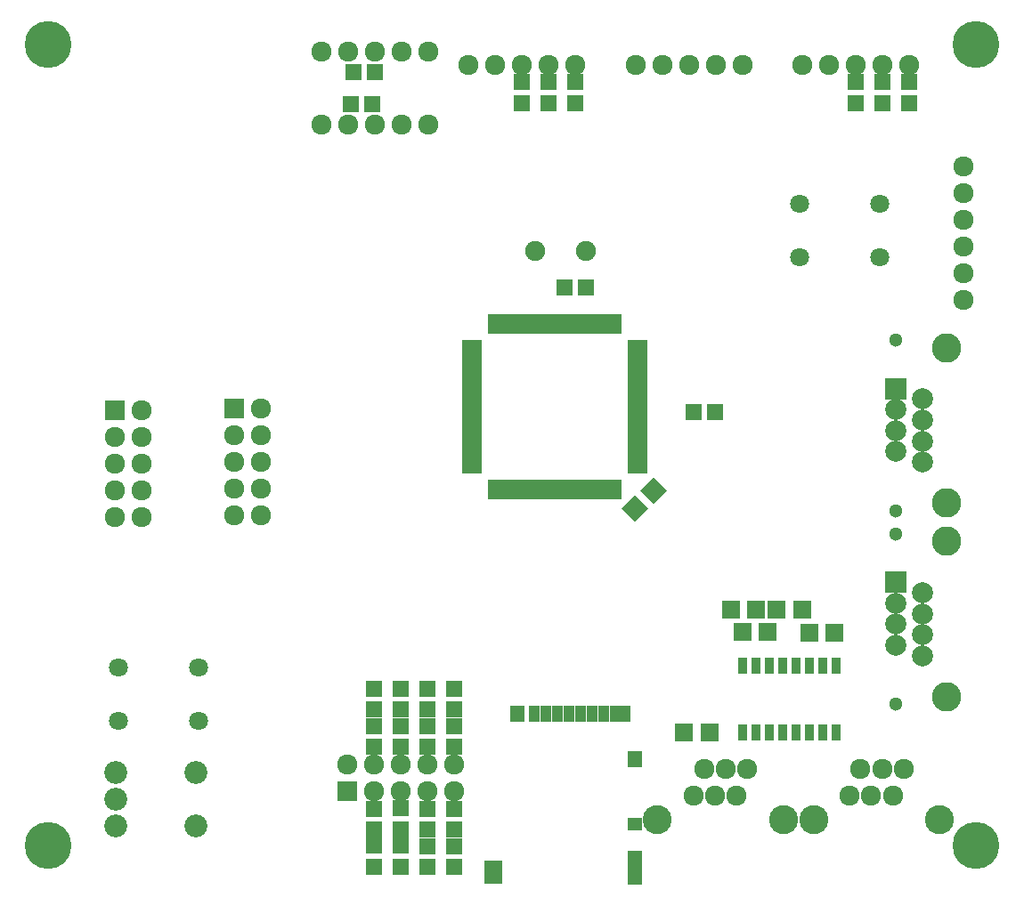
<source format=gbr>
G04 #@! TF.FileFunction,Soldermask,Bot*
%FSLAX46Y46*%
G04 Gerber Fmt 4.6, Leading zero omitted, Abs format (unit mm)*
G04 Created by KiCad (PCBNEW 4.0.1-stable) date 2017/04/02 21:29:11*
%MOMM*%
G01*
G04 APERTURE LIST*
%ADD10C,0.100000*%
%ADD11C,2.800000*%
%ADD12C,1.300000*%
%ADD13C,2.000000*%
%ADD14R,2.000000X2.000000*%
%ADD15C,4.464000*%
%ADD16R,1.789000X1.797000*%
%ADD17C,1.924000*%
%ADD18C,2.760000*%
%ADD19R,1.924000X1.924000*%
%ADD20R,1.535000X1.543000*%
%ADD21R,1.543000X1.535000*%
%ADD22C,1.797000*%
%ADD23C,2.178000*%
%ADD24R,0.680000X1.900000*%
%ADD25R,1.900000X0.680000*%
%ADD26R,0.908000X1.543000*%
%ADD27C,1.900000*%
%ADD28R,1.100000X1.600000*%
%ADD29R,1.400000X1.600000*%
%ADD30R,1.400000X1.200000*%
%ADD31R,1.400000X3.200000*%
%ADD32R,1.700000X2.300000*%
G04 APERTURE END LIST*
D10*
D11*
X161050000Y-112810000D03*
X161050000Y-98010000D03*
D12*
X156210000Y-113535000D03*
X156210000Y-97285000D03*
D13*
X156210000Y-107910000D03*
X156210000Y-105910000D03*
X156210000Y-103910000D03*
D14*
X156210000Y-101910000D03*
D13*
X158750000Y-108910000D03*
X158750000Y-106910000D03*
X158750000Y-104910000D03*
X158750000Y-102910000D03*
D15*
X163830000Y-50800000D03*
X163830000Y-127000000D03*
X75565000Y-50800000D03*
D10*
G36*
X133117364Y-91938666D02*
X134388034Y-93209336D01*
X133123020Y-94474350D01*
X131852350Y-93203680D01*
X133117364Y-91938666D01*
X133117364Y-91938666D01*
G37*
G36*
X131416772Y-93639258D02*
X132687442Y-94909928D01*
X131422428Y-96174942D01*
X130151758Y-94904272D01*
X131416772Y-93639258D01*
X131416772Y-93639258D01*
G37*
D16*
X138453940Y-116225320D03*
X136048940Y-116225320D03*
X141626780Y-106634280D03*
X144031780Y-106634280D03*
X144857660Y-104500680D03*
X147262660Y-104500680D03*
X147951380Y-106695240D03*
X150356380Y-106695240D03*
X140483780Y-104500680D03*
X142888780Y-104500680D03*
D11*
X161050000Y-94395000D03*
X161050000Y-79595000D03*
D12*
X156210000Y-95120000D03*
X156210000Y-78870000D03*
D13*
X156210000Y-89495000D03*
X156210000Y-87495000D03*
X156210000Y-85495000D03*
D14*
X156210000Y-83495000D03*
D13*
X158750000Y-90495000D03*
X158750000Y-88495000D03*
X158750000Y-86495000D03*
X158750000Y-84495000D03*
D17*
X154877750Y-119651750D03*
X152837750Y-119651750D03*
X156917750Y-119651750D03*
X151817750Y-122191750D03*
X153857750Y-122191750D03*
X155897750Y-122191750D03*
D18*
X160367750Y-124491750D03*
X148367750Y-124491750D03*
D17*
X140018750Y-119651750D03*
X137978750Y-119651750D03*
X142058750Y-119651750D03*
X136958750Y-122191750D03*
X138998750Y-122191750D03*
X141038750Y-122191750D03*
D18*
X145508750Y-124491750D03*
X133508750Y-124491750D03*
D19*
X93263720Y-85354160D03*
D17*
X95803720Y-85354160D03*
X93263720Y-87894160D03*
X95803720Y-87894160D03*
X93263720Y-90434160D03*
X95803720Y-90434160D03*
X93263720Y-92974160D03*
X95803720Y-92974160D03*
X93263720Y-95514160D03*
X95803720Y-95514160D03*
D19*
X104013000Y-121793000D03*
D17*
X104013000Y-119253000D03*
X106553000Y-121793000D03*
X106553000Y-119253000D03*
X109093000Y-121793000D03*
X109093000Y-119253000D03*
X111633000Y-121793000D03*
X111633000Y-119253000D03*
X114173000Y-121793000D03*
X114173000Y-119253000D03*
D19*
X81909920Y-85542120D03*
D17*
X84449920Y-85542120D03*
X81909920Y-88082120D03*
X84449920Y-88082120D03*
X81909920Y-90622120D03*
X84449920Y-90622120D03*
X81909920Y-93162120D03*
X84449920Y-93162120D03*
X81909920Y-95702120D03*
X84449920Y-95702120D03*
X162623500Y-75057000D03*
X162623500Y-72517000D03*
X162623500Y-69977000D03*
X162623500Y-67437000D03*
X162623500Y-64897000D03*
X162623500Y-62357000D03*
X115570000Y-52705000D03*
X118110000Y-52705000D03*
X120650000Y-52705000D03*
X123190000Y-52705000D03*
X125730000Y-52705000D03*
X147320000Y-52705000D03*
X149860000Y-52705000D03*
X152400000Y-52705000D03*
X154940000Y-52705000D03*
X157480000Y-52705000D03*
X131445000Y-52705000D03*
X133985000Y-52705000D03*
X136525000Y-52705000D03*
X139065000Y-52705000D03*
X141605000Y-52705000D03*
D20*
X137002900Y-85686900D03*
X139026900Y-85686900D03*
X106676000Y-53416200D03*
X104652000Y-53416200D03*
X106396600Y-56464200D03*
X104372600Y-56464200D03*
D21*
X114173000Y-127004000D03*
X114173000Y-129028000D03*
X111633000Y-127004000D03*
X111633000Y-129028000D03*
X109093000Y-127000000D03*
X109093000Y-129024000D03*
X106553000Y-127000000D03*
X106553000Y-129024000D03*
X106553000Y-123448000D03*
X106553000Y-125472000D03*
X109093000Y-123444000D03*
X109093000Y-125468000D03*
X111633000Y-123448000D03*
X111633000Y-125472000D03*
X114173000Y-123452000D03*
X114173000Y-125476000D03*
X106553000Y-115574000D03*
X106553000Y-117598000D03*
X109093000Y-115574000D03*
X109093000Y-117598000D03*
X111633000Y-115574000D03*
X111633000Y-117598000D03*
X114173000Y-115574000D03*
X114173000Y-117598000D03*
X106553000Y-114042000D03*
X106553000Y-112018000D03*
X109093000Y-114042000D03*
X109093000Y-112018000D03*
X111633000Y-114042000D03*
X111633000Y-112018000D03*
X114173000Y-114042000D03*
X114173000Y-112018000D03*
D20*
X126742000Y-73883520D03*
X124718000Y-73883520D03*
D21*
X125740160Y-56363680D03*
X125740160Y-54339680D03*
X123179840Y-56358600D03*
X123179840Y-54334600D03*
X157474920Y-56338280D03*
X157474920Y-54314280D03*
X120655080Y-56353520D03*
X120655080Y-54329520D03*
X154940000Y-56353520D03*
X154940000Y-54329520D03*
X152400000Y-56348440D03*
X152400000Y-54324440D03*
D17*
X101600000Y-51435000D03*
X104140000Y-51435000D03*
X106680000Y-51435000D03*
X109220000Y-51435000D03*
X111760000Y-51435000D03*
D22*
X154686000Y-65913000D03*
X154686000Y-70993000D03*
X147066000Y-65913000D03*
X147066000Y-70993000D03*
X89916000Y-110058200D03*
X89916000Y-115138200D03*
X82296000Y-110058200D03*
X82296000Y-115138200D03*
D23*
X89662000Y-125095000D03*
X89662000Y-120015000D03*
X82042000Y-120015000D03*
X82042000Y-122555000D03*
X82042000Y-125095000D03*
D17*
X111754920Y-58369200D03*
X109214920Y-58369200D03*
X106674920Y-58369200D03*
X104134920Y-58369200D03*
X101594920Y-58369200D03*
D24*
X117761500Y-77317000D03*
X118261500Y-77317000D03*
X118761500Y-77317000D03*
X119261500Y-77317000D03*
X119761500Y-77317000D03*
X120261500Y-77317000D03*
X120761500Y-77317000D03*
X121261500Y-77317000D03*
X121761500Y-77317000D03*
X122261500Y-77317000D03*
X122761500Y-77317000D03*
X123261500Y-77317000D03*
X123761500Y-77317000D03*
X124261500Y-77317000D03*
X124761500Y-77317000D03*
X125261500Y-77317000D03*
X125761500Y-77317000D03*
X126261500Y-77317000D03*
X126761500Y-77317000D03*
X127261500Y-77317000D03*
X127761500Y-77317000D03*
X128261500Y-77317000D03*
X128761500Y-77317000D03*
X129261500Y-77317000D03*
X129761500Y-77317000D03*
D25*
X131661500Y-79217000D03*
X131661500Y-79717000D03*
X131661500Y-80217000D03*
X131661500Y-80717000D03*
X131661500Y-81217000D03*
X131661500Y-81717000D03*
X131661500Y-82217000D03*
X131661500Y-82717000D03*
X131661500Y-83217000D03*
X131661500Y-83717000D03*
X131661500Y-84217000D03*
X131661500Y-84717000D03*
X131661500Y-85217000D03*
X131661500Y-85717000D03*
X131661500Y-86217000D03*
X131661500Y-86717000D03*
X131661500Y-87217000D03*
X131661500Y-87717000D03*
X131661500Y-88217000D03*
X131661500Y-88717000D03*
X131661500Y-89217000D03*
X131661500Y-89717000D03*
X131661500Y-90217000D03*
X131661500Y-90717000D03*
X131661500Y-91217000D03*
D24*
X129761500Y-93117000D03*
X129261500Y-93117000D03*
X128761500Y-93117000D03*
X128261500Y-93117000D03*
X127761500Y-93117000D03*
X127261500Y-93117000D03*
X126761500Y-93117000D03*
X126261500Y-93117000D03*
X125761500Y-93117000D03*
X125261500Y-93117000D03*
X124761500Y-93117000D03*
X124261500Y-93117000D03*
X123761500Y-93117000D03*
X123261500Y-93117000D03*
X122761500Y-93117000D03*
X122261500Y-93117000D03*
X121761500Y-93117000D03*
X121261500Y-93117000D03*
X120761500Y-93117000D03*
X120261500Y-93117000D03*
X119761500Y-93117000D03*
X119261500Y-93117000D03*
X118761500Y-93117000D03*
X118261500Y-93117000D03*
X117761500Y-93117000D03*
D25*
X115861500Y-91217000D03*
X115861500Y-90717000D03*
X115861500Y-90217000D03*
X115861500Y-89717000D03*
X115861500Y-89217000D03*
X115861500Y-88717000D03*
X115861500Y-88217000D03*
X115861500Y-87717000D03*
X115861500Y-87217000D03*
X115861500Y-86717000D03*
X115861500Y-86217000D03*
X115861500Y-85717000D03*
X115861500Y-85217000D03*
X115861500Y-84717000D03*
X115861500Y-84217000D03*
X115861500Y-83717000D03*
X115861500Y-83217000D03*
X115861500Y-82717000D03*
X115861500Y-82217000D03*
X115861500Y-81717000D03*
X115861500Y-81217000D03*
X115861500Y-80717000D03*
X115861500Y-80217000D03*
X115861500Y-79717000D03*
X115861500Y-79217000D03*
D26*
X141605000Y-116205000D03*
X144145000Y-116205000D03*
X145415000Y-116205000D03*
X146685000Y-116205000D03*
X147955000Y-116205000D03*
X149225000Y-116205000D03*
X150495000Y-116205000D03*
X150495000Y-109855000D03*
X149225000Y-109855000D03*
X147955000Y-109855000D03*
X146685000Y-109855000D03*
X145415000Y-109855000D03*
X144145000Y-109855000D03*
X142875000Y-109855000D03*
X141605000Y-109855000D03*
X142875000Y-116205000D03*
D27*
X121856500Y-70421500D03*
X126736500Y-70421500D03*
D15*
X75565000Y-127000000D03*
D28*
X121780700Y-114414300D03*
X122880700Y-114414300D03*
X123980700Y-114414300D03*
X125080700Y-114414300D03*
X126180700Y-114414300D03*
X127280700Y-114414300D03*
X128380700Y-114414300D03*
X129480700Y-114414300D03*
X130430700Y-114414300D03*
D29*
X120230700Y-114414300D03*
X131380700Y-118714300D03*
D30*
X131380700Y-124914300D03*
D31*
X131380700Y-129064300D03*
D32*
X117880700Y-129514300D03*
M02*

</source>
